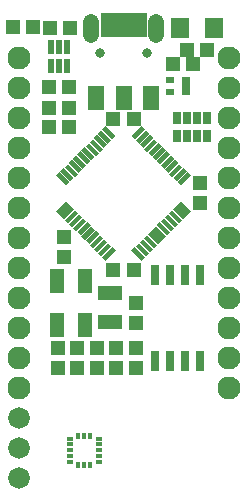
<source format=gbp>
G75*
%MOIN*%
%OFA0B0*%
%FSLAX24Y24*%
%IPPOS*%
%LPD*%
%AMOC8*
5,1,8,0,0,1.08239X$1,22.5*
%
%ADD10C,0.0434*%
%ADD11R,0.0513X0.0828*%
%ADD12R,0.0474X0.0513*%
%ADD13C,0.0316*%
%ADD14C,0.0517*%
%ADD15R,0.0159X0.0474*%
%ADD16R,0.0474X0.0159*%
%ADD17R,0.0513X0.0474*%
%ADD18R,0.0300X0.0670*%
%ADD19R,0.0198X0.0470*%
%ADD20R,0.0828X0.0513*%
%ADD21R,0.0580X0.0830*%
%ADD22R,0.1580X0.0830*%
%ADD23R,0.0316X0.0395*%
%ADD24R,0.0277X0.0395*%
%ADD25R,0.0631X0.0710*%
%ADD26C,0.0770*%
%ADD27C,0.0720*%
%ADD28R,0.0218X0.0178*%
%ADD29R,0.0178X0.0218*%
%ADD30R,0.0257X0.0198*%
D10*
X004153Y017045D03*
X006338Y017050D03*
D11*
X003946Y008618D03*
X003946Y007162D03*
X003040Y007162D03*
X003040Y008618D03*
D12*
X003243Y009405D03*
X003243Y010075D03*
X003427Y013740D03*
X003427Y014390D03*
X002758Y014390D03*
X002758Y013740D03*
X002803Y017060D03*
X002227Y017090D03*
X001558Y017090D03*
X003472Y017060D03*
X007793Y011875D03*
X007793Y011205D03*
X005643Y006375D03*
X005643Y005705D03*
X004993Y005705D03*
X004993Y006375D03*
X004343Y006375D03*
X004343Y005705D03*
X003693Y005705D03*
X003693Y006375D03*
X003043Y006375D03*
X003043Y005705D03*
D13*
X004475Y016213D03*
X006011Y016213D03*
D14*
X006335Y016822D02*
X006335Y017258D01*
X004150Y017258D02*
X004150Y016822D01*
D15*
G36*
X005841Y013781D02*
X005953Y013669D01*
X005619Y013335D01*
X005507Y013447D01*
X005841Y013781D01*
G37*
G36*
X005980Y013642D02*
X006092Y013530D01*
X005758Y013196D01*
X005646Y013308D01*
X005980Y013642D01*
G37*
G36*
X006119Y013503D02*
X006231Y013391D01*
X005897Y013057D01*
X005785Y013169D01*
X006119Y013503D01*
G37*
G36*
X006259Y013364D02*
X006371Y013252D01*
X006037Y012918D01*
X005925Y013030D01*
X006259Y013364D01*
G37*
G36*
X006398Y013225D02*
X006510Y013113D01*
X006176Y012779D01*
X006064Y012891D01*
X006398Y013225D01*
G37*
G36*
X006537Y013085D02*
X006649Y012973D01*
X006315Y012639D01*
X006203Y012751D01*
X006537Y013085D01*
G37*
G36*
X006676Y012946D02*
X006788Y012834D01*
X006454Y012500D01*
X006342Y012612D01*
X006676Y012946D01*
G37*
G36*
X006815Y012807D02*
X006927Y012695D01*
X006593Y012361D01*
X006481Y012473D01*
X006815Y012807D01*
G37*
G36*
X006955Y012668D02*
X007067Y012556D01*
X006733Y012222D01*
X006621Y012334D01*
X006955Y012668D01*
G37*
G36*
X007094Y012529D02*
X007206Y012417D01*
X006872Y012083D01*
X006760Y012195D01*
X007094Y012529D01*
G37*
G36*
X007233Y012389D02*
X007345Y012277D01*
X007011Y011943D01*
X006899Y012055D01*
X007233Y012389D01*
G37*
G36*
X007372Y012250D02*
X007484Y012138D01*
X007150Y011804D01*
X007038Y011916D01*
X007372Y012250D01*
G37*
G36*
X004867Y009745D02*
X004979Y009633D01*
X004645Y009299D01*
X004533Y009411D01*
X004867Y009745D01*
G37*
G36*
X004727Y009884D02*
X004839Y009772D01*
X004505Y009438D01*
X004393Y009550D01*
X004727Y009884D01*
G37*
G36*
X004588Y010023D02*
X004700Y009911D01*
X004366Y009577D01*
X004254Y009689D01*
X004588Y010023D01*
G37*
G36*
X004449Y010162D02*
X004561Y010050D01*
X004227Y009716D01*
X004115Y009828D01*
X004449Y010162D01*
G37*
G36*
X004310Y010301D02*
X004422Y010189D01*
X004088Y009855D01*
X003976Y009967D01*
X004310Y010301D01*
G37*
G36*
X004171Y010441D02*
X004283Y010329D01*
X003949Y009995D01*
X003837Y010107D01*
X004171Y010441D01*
G37*
G36*
X004031Y010580D02*
X004143Y010468D01*
X003809Y010134D01*
X003697Y010246D01*
X004031Y010580D01*
G37*
G36*
X003892Y010719D02*
X004004Y010607D01*
X003670Y010273D01*
X003558Y010385D01*
X003892Y010719D01*
G37*
G36*
X003753Y010858D02*
X003865Y010746D01*
X003531Y010412D01*
X003419Y010524D01*
X003753Y010858D01*
G37*
G36*
X003614Y010997D02*
X003726Y010885D01*
X003392Y010551D01*
X003280Y010663D01*
X003614Y010997D01*
G37*
G36*
X003475Y011137D02*
X003587Y011025D01*
X003253Y010691D01*
X003141Y010803D01*
X003475Y011137D01*
G37*
G36*
X003335Y011276D02*
X003447Y011164D01*
X003113Y010830D01*
X003001Y010942D01*
X003335Y011276D01*
G37*
D16*
G36*
X003113Y012250D02*
X003447Y011916D01*
X003335Y011804D01*
X003001Y012138D01*
X003113Y012250D01*
G37*
G36*
X003253Y012389D02*
X003587Y012055D01*
X003475Y011943D01*
X003141Y012277D01*
X003253Y012389D01*
G37*
G36*
X003392Y012529D02*
X003726Y012195D01*
X003614Y012083D01*
X003280Y012417D01*
X003392Y012529D01*
G37*
G36*
X003531Y012668D02*
X003865Y012334D01*
X003753Y012222D01*
X003419Y012556D01*
X003531Y012668D01*
G37*
G36*
X003670Y012807D02*
X004004Y012473D01*
X003892Y012361D01*
X003558Y012695D01*
X003670Y012807D01*
G37*
G36*
X003809Y012946D02*
X004143Y012612D01*
X004031Y012500D01*
X003697Y012834D01*
X003809Y012946D01*
G37*
G36*
X003949Y013085D02*
X004283Y012751D01*
X004171Y012639D01*
X003837Y012973D01*
X003949Y013085D01*
G37*
G36*
X004088Y013225D02*
X004422Y012891D01*
X004310Y012779D01*
X003976Y013113D01*
X004088Y013225D01*
G37*
G36*
X004227Y013364D02*
X004561Y013030D01*
X004449Y012918D01*
X004115Y013252D01*
X004227Y013364D01*
G37*
G36*
X004366Y013503D02*
X004700Y013169D01*
X004588Y013057D01*
X004254Y013391D01*
X004366Y013503D01*
G37*
G36*
X004505Y013642D02*
X004839Y013308D01*
X004727Y013196D01*
X004393Y013530D01*
X004505Y013642D01*
G37*
G36*
X004645Y013781D02*
X004979Y013447D01*
X004867Y013335D01*
X004533Y013669D01*
X004645Y013781D01*
G37*
G36*
X006454Y010580D02*
X006788Y010246D01*
X006676Y010134D01*
X006342Y010468D01*
X006454Y010580D01*
G37*
G36*
X006593Y010719D02*
X006927Y010385D01*
X006815Y010273D01*
X006481Y010607D01*
X006593Y010719D01*
G37*
G36*
X006733Y010858D02*
X007067Y010524D01*
X006955Y010412D01*
X006621Y010746D01*
X006733Y010858D01*
G37*
G36*
X006872Y010997D02*
X007206Y010663D01*
X007094Y010551D01*
X006760Y010885D01*
X006872Y010997D01*
G37*
G36*
X007011Y011137D02*
X007345Y010803D01*
X007233Y010691D01*
X006899Y011025D01*
X007011Y011137D01*
G37*
G36*
X007150Y011276D02*
X007484Y010942D01*
X007372Y010830D01*
X007038Y011164D01*
X007150Y011276D01*
G37*
G36*
X006315Y010441D02*
X006649Y010107D01*
X006537Y009995D01*
X006203Y010329D01*
X006315Y010441D01*
G37*
G36*
X006176Y010301D02*
X006510Y009967D01*
X006398Y009855D01*
X006064Y010189D01*
X006176Y010301D01*
G37*
G36*
X006037Y010162D02*
X006371Y009828D01*
X006259Y009716D01*
X005925Y010050D01*
X006037Y010162D01*
G37*
G36*
X005897Y010023D02*
X006231Y009689D01*
X006119Y009577D01*
X005785Y009911D01*
X005897Y010023D01*
G37*
G36*
X005758Y009884D02*
X006092Y009550D01*
X005980Y009438D01*
X005646Y009772D01*
X005758Y009884D01*
G37*
G36*
X005619Y009745D02*
X005953Y009411D01*
X005841Y009299D01*
X005507Y009633D01*
X005619Y009745D01*
G37*
D17*
X005577Y008990D03*
X005643Y007875D03*
X005643Y007205D03*
X004908Y008990D03*
X004908Y014010D03*
X005577Y014010D03*
X006883Y015840D03*
X007358Y016325D03*
X007552Y015840D03*
X008027Y016325D03*
X003427Y015090D03*
X002758Y015090D03*
D18*
X006293Y008830D03*
X006793Y008830D03*
X007293Y008830D03*
X007793Y008830D03*
X007793Y005950D03*
X007293Y005950D03*
X006793Y005950D03*
X006293Y005950D03*
D19*
X003349Y015775D03*
X003093Y015775D03*
X002837Y015775D03*
X002837Y016409D03*
X003093Y016409D03*
X003349Y016409D03*
D20*
X004793Y008232D03*
X004793Y007248D03*
D21*
X005243Y014720D03*
X006153Y014720D03*
X004333Y014720D03*
D22*
X005243Y017160D03*
D23*
X007026Y014045D03*
X007026Y013455D03*
X008030Y013455D03*
X008030Y014045D03*
D24*
X007685Y014045D03*
X007370Y014045D03*
X007370Y013455D03*
X007685Y013455D03*
D25*
X007142Y017040D03*
X008244Y017040D03*
D26*
X008743Y016040D03*
X008743Y015040D03*
X008743Y014040D03*
X008743Y013040D03*
X008743Y012040D03*
X008743Y011040D03*
X008743Y010040D03*
X008743Y009040D03*
X008743Y008040D03*
X008743Y007040D03*
X008743Y006040D03*
X008743Y005040D03*
X001743Y005040D03*
X001743Y006040D03*
X001743Y007040D03*
X001743Y008040D03*
X001743Y009040D03*
X001743Y010040D03*
X001743Y011040D03*
X001743Y012040D03*
X001743Y013040D03*
X001743Y014040D03*
X001743Y015040D03*
X001743Y016040D03*
D27*
X001743Y002040D03*
X001743Y003040D03*
X001743Y004040D03*
D28*
X003450Y003364D03*
X003450Y003167D03*
X003450Y002971D03*
X003450Y002774D03*
X003450Y002577D03*
X004415Y002577D03*
X004415Y002774D03*
X004415Y002971D03*
X004415Y003167D03*
X004415Y003364D03*
D29*
X004129Y003453D03*
X003932Y003453D03*
X003735Y003453D03*
X003735Y002488D03*
X003932Y002488D03*
X004129Y002488D03*
D30*
X006781Y014918D03*
X006781Y015312D03*
X007313Y015312D03*
X007313Y015115D03*
X007313Y014918D03*
M02*

</source>
